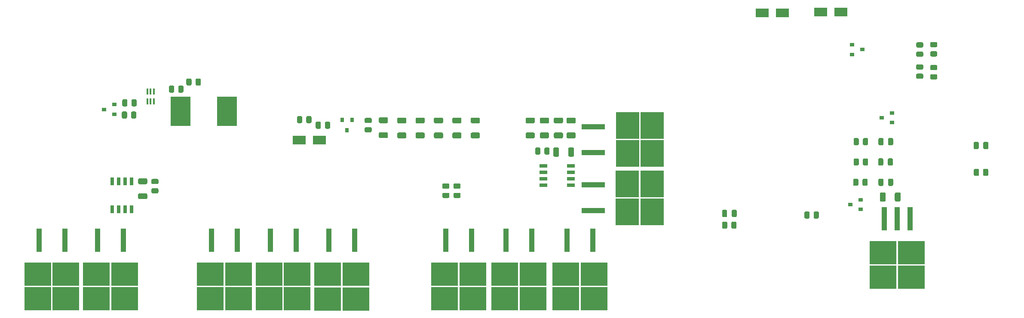
<source format=gbr>
%TF.GenerationSoftware,KiCad,Pcbnew,(5.1.9)-1*%
%TF.CreationDate,2021-02-04T15:38:24+01:00*%
%TF.ProjectId,Spotwelderix,53706f74-7765-46c6-9465-7269782e6b69,v01*%
%TF.SameCoordinates,Original*%
%TF.FileFunction,Paste,Top*%
%TF.FilePolarity,Positive*%
%FSLAX46Y46*%
G04 Gerber Fmt 4.6, Leading zero omitted, Abs format (unit mm)*
G04 Created by KiCad (PCBNEW (5.1.9)-1) date 2021-02-04 15:38:24*
%MOMM*%
%LPD*%
G01*
G04 APERTURE LIST*
%ADD10R,0.400000X1.200000*%
%ADD11R,3.940000X5.840000*%
%ADD12R,0.900000X0.800000*%
%ADD13R,0.800000X0.900000*%
%ADD14R,1.525000X0.650000*%
%ADD15R,2.500000X1.800000*%
%ADD16R,0.650000X1.525000*%
%ADD17R,5.250000X4.550000*%
%ADD18R,1.100000X4.600000*%
%ADD19R,4.550000X5.250000*%
%ADD20R,4.600000X1.100000*%
G04 APERTURE END LIST*
%TO.C,R12*%
G36*
G01*
X110712500Y-84150001D02*
X110712500Y-83249999D01*
G75*
G02*
X110962499Y-83000000I249999J0D01*
G01*
X111487501Y-83000000D01*
G75*
G02*
X111737500Y-83249999I0J-249999D01*
G01*
X111737500Y-84150001D01*
G75*
G02*
X111487501Y-84400000I-249999J0D01*
G01*
X110962499Y-84400000D01*
G75*
G02*
X110712500Y-84150001I0J249999D01*
G01*
G37*
G36*
G01*
X108887500Y-84150001D02*
X108887500Y-83249999D01*
G75*
G02*
X109137499Y-83000000I249999J0D01*
G01*
X109662501Y-83000000D01*
G75*
G02*
X109912500Y-83249999I0J-249999D01*
G01*
X109912500Y-84150001D01*
G75*
G02*
X109662501Y-84400000I-249999J0D01*
G01*
X109137499Y-84400000D01*
G75*
G02*
X108887500Y-84150001I0J249999D01*
G01*
G37*
%TD*%
%TO.C,R11*%
G36*
G01*
X107300000Y-85550001D02*
X107300000Y-84649999D01*
G75*
G02*
X107549999Y-84400000I249999J0D01*
G01*
X108075001Y-84400000D01*
G75*
G02*
X108325000Y-84649999I0J-249999D01*
G01*
X108325000Y-85550001D01*
G75*
G02*
X108075001Y-85800000I-249999J0D01*
G01*
X107549999Y-85800000D01*
G75*
G02*
X107300000Y-85550001I0J249999D01*
G01*
G37*
G36*
G01*
X105475000Y-85550001D02*
X105475000Y-84649999D01*
G75*
G02*
X105724999Y-84400000I249999J0D01*
G01*
X106250001Y-84400000D01*
G75*
G02*
X106500000Y-84649999I0J-249999D01*
G01*
X106500000Y-85550001D01*
G75*
G02*
X106250001Y-85800000I-249999J0D01*
G01*
X105724999Y-85800000D01*
G75*
G02*
X105475000Y-85550001I0J249999D01*
G01*
G37*
%TD*%
D10*
%TO.C,IC1*%
X101200000Y-85600000D03*
X101850000Y-85600000D03*
X102500000Y-85600000D03*
X102500000Y-87500000D03*
X101850000Y-87500000D03*
X101200000Y-87500000D03*
%TD*%
D11*
%TO.C,R1*%
X116875000Y-89500000D03*
X107725000Y-89500000D03*
%TD*%
D12*
%TO.C,U2*%
X92700000Y-89100000D03*
X94700000Y-88150000D03*
X94700000Y-90050000D03*
%TD*%
%TO.C,R10*%
G36*
G01*
X97287500Y-87349999D02*
X97287500Y-88250001D01*
G75*
G02*
X97037501Y-88500000I-249999J0D01*
G01*
X96512499Y-88500000D01*
G75*
G02*
X96262500Y-88250001I0J249999D01*
G01*
X96262500Y-87349999D01*
G75*
G02*
X96512499Y-87100000I249999J0D01*
G01*
X97037501Y-87100000D01*
G75*
G02*
X97287500Y-87349999I0J-249999D01*
G01*
G37*
G36*
G01*
X99112500Y-87349999D02*
X99112500Y-88250001D01*
G75*
G02*
X98862501Y-88500000I-249999J0D01*
G01*
X98337499Y-88500000D01*
G75*
G02*
X98087500Y-88250001I0J249999D01*
G01*
X98087500Y-87349999D01*
G75*
G02*
X98337499Y-87100000I249999J0D01*
G01*
X98862501Y-87100000D01*
G75*
G02*
X99112500Y-87349999I0J-249999D01*
G01*
G37*
%TD*%
%TO.C,R9*%
G36*
G01*
X97212500Y-89749999D02*
X97212500Y-90650001D01*
G75*
G02*
X96962501Y-90900000I-249999J0D01*
G01*
X96437499Y-90900000D01*
G75*
G02*
X96187500Y-90650001I0J249999D01*
G01*
X96187500Y-89749999D01*
G75*
G02*
X96437499Y-89500000I249999J0D01*
G01*
X96962501Y-89500000D01*
G75*
G02*
X97212500Y-89749999I0J-249999D01*
G01*
G37*
G36*
G01*
X99037500Y-89749999D02*
X99037500Y-90650001D01*
G75*
G02*
X98787501Y-90900000I-249999J0D01*
G01*
X98262499Y-90900000D01*
G75*
G02*
X98012500Y-90650001I0J249999D01*
G01*
X98012500Y-89749999D01*
G75*
G02*
X98262499Y-89500000I249999J0D01*
G01*
X98787501Y-89500000D01*
G75*
G02*
X99037500Y-89749999I0J-249999D01*
G01*
G37*
%TD*%
%TO.C,R2*%
G36*
G01*
X131712500Y-90649999D02*
X131712500Y-91550001D01*
G75*
G02*
X131462501Y-91800000I-249999J0D01*
G01*
X130937499Y-91800000D01*
G75*
G02*
X130687500Y-91550001I0J249999D01*
G01*
X130687500Y-90649999D01*
G75*
G02*
X130937499Y-90400000I249999J0D01*
G01*
X131462501Y-90400000D01*
G75*
G02*
X131712500Y-90649999I0J-249999D01*
G01*
G37*
G36*
G01*
X133537500Y-90649999D02*
X133537500Y-91550001D01*
G75*
G02*
X133287501Y-91800000I-249999J0D01*
G01*
X132762499Y-91800000D01*
G75*
G02*
X132512500Y-91550001I0J249999D01*
G01*
X132512500Y-90649999D01*
G75*
G02*
X132762499Y-90400000I249999J0D01*
G01*
X133287501Y-90400000D01*
G75*
G02*
X133537500Y-90649999I0J-249999D01*
G01*
G37*
%TD*%
D13*
%TO.C,Q9*%
X140550000Y-93200000D03*
X139600000Y-91200000D03*
X141500000Y-91200000D03*
%TD*%
%TO.C,C10*%
G36*
G01*
X154289999Y-93645000D02*
X155590001Y-93645000D01*
G75*
G02*
X155840000Y-93894999I0J-249999D01*
G01*
X155840000Y-94545001D01*
G75*
G02*
X155590001Y-94795000I-249999J0D01*
G01*
X154289999Y-94795000D01*
G75*
G02*
X154040000Y-94545001I0J249999D01*
G01*
X154040000Y-93894999D01*
G75*
G02*
X154289999Y-93645000I249999J0D01*
G01*
G37*
G36*
G01*
X154289999Y-90695000D02*
X155590001Y-90695000D01*
G75*
G02*
X155840000Y-90944999I0J-249999D01*
G01*
X155840000Y-91595001D01*
G75*
G02*
X155590001Y-91845000I-249999J0D01*
G01*
X154289999Y-91845000D01*
G75*
G02*
X154040000Y-91595001I0J249999D01*
G01*
X154040000Y-90944999D01*
G75*
G02*
X154289999Y-90695000I249999J0D01*
G01*
G37*
%TD*%
%TO.C,C8*%
G36*
G01*
X157909999Y-93645000D02*
X159210001Y-93645000D01*
G75*
G02*
X159460000Y-93894999I0J-249999D01*
G01*
X159460000Y-94545001D01*
G75*
G02*
X159210001Y-94795000I-249999J0D01*
G01*
X157909999Y-94795000D01*
G75*
G02*
X157660000Y-94545001I0J249999D01*
G01*
X157660000Y-93894999D01*
G75*
G02*
X157909999Y-93645000I249999J0D01*
G01*
G37*
G36*
G01*
X157909999Y-90695000D02*
X159210001Y-90695000D01*
G75*
G02*
X159460000Y-90944999I0J-249999D01*
G01*
X159460000Y-91595001D01*
G75*
G02*
X159210001Y-91845000I-249999J0D01*
G01*
X157909999Y-91845000D01*
G75*
G02*
X157660000Y-91595001I0J249999D01*
G01*
X157660000Y-90944999D01*
G75*
G02*
X157909999Y-90695000I249999J0D01*
G01*
G37*
%TD*%
%TO.C,C6*%
G36*
G01*
X150669999Y-93645000D02*
X151970001Y-93645000D01*
G75*
G02*
X152220000Y-93894999I0J-249999D01*
G01*
X152220000Y-94545001D01*
G75*
G02*
X151970001Y-94795000I-249999J0D01*
G01*
X150669999Y-94795000D01*
G75*
G02*
X150420000Y-94545001I0J249999D01*
G01*
X150420000Y-93894999D01*
G75*
G02*
X150669999Y-93645000I249999J0D01*
G01*
G37*
G36*
G01*
X150669999Y-90695000D02*
X151970001Y-90695000D01*
G75*
G02*
X152220000Y-90944999I0J-249999D01*
G01*
X152220000Y-91595001D01*
G75*
G02*
X151970001Y-91845000I-249999J0D01*
G01*
X150669999Y-91845000D01*
G75*
G02*
X150420000Y-91595001I0J249999D01*
G01*
X150420000Y-90944999D01*
G75*
G02*
X150669999Y-90695000I249999J0D01*
G01*
G37*
%TD*%
%TO.C,C2*%
G36*
G01*
X147049999Y-93600000D02*
X148350001Y-93600000D01*
G75*
G02*
X148600000Y-93849999I0J-249999D01*
G01*
X148600000Y-94500001D01*
G75*
G02*
X148350001Y-94750000I-249999J0D01*
G01*
X147049999Y-94750000D01*
G75*
G02*
X146800000Y-94500001I0J249999D01*
G01*
X146800000Y-93849999D01*
G75*
G02*
X147049999Y-93600000I249999J0D01*
G01*
G37*
G36*
G01*
X147049999Y-90650000D02*
X148350001Y-90650000D01*
G75*
G02*
X148600000Y-90899999I0J-249999D01*
G01*
X148600000Y-91550001D01*
G75*
G02*
X148350001Y-91800000I-249999J0D01*
G01*
X147049999Y-91800000D01*
G75*
G02*
X146800000Y-91550001I0J249999D01*
G01*
X146800000Y-90899999D01*
G75*
G02*
X147049999Y-90650000I249999J0D01*
G01*
G37*
%TD*%
%TO.C,R4*%
G36*
G01*
X178612500Y-96849999D02*
X178612500Y-97750001D01*
G75*
G02*
X178362501Y-98000000I-249999J0D01*
G01*
X177837499Y-98000000D01*
G75*
G02*
X177587500Y-97750001I0J249999D01*
G01*
X177587500Y-96849999D01*
G75*
G02*
X177837499Y-96600000I249999J0D01*
G01*
X178362501Y-96600000D01*
G75*
G02*
X178612500Y-96849999I0J-249999D01*
G01*
G37*
G36*
G01*
X180437500Y-96849999D02*
X180437500Y-97750001D01*
G75*
G02*
X180187501Y-98000000I-249999J0D01*
G01*
X179662499Y-98000000D01*
G75*
G02*
X179412500Y-97750001I0J249999D01*
G01*
X179412500Y-96849999D01*
G75*
G02*
X179662499Y-96600000I249999J0D01*
G01*
X180187501Y-96600000D01*
G75*
G02*
X180437500Y-96849999I0J-249999D01*
G01*
G37*
%TD*%
D14*
%TO.C,IC3*%
X184600000Y-100200000D03*
X184600000Y-101470000D03*
X184600000Y-102740000D03*
X184600000Y-104010000D03*
X179176000Y-104010000D03*
X179176000Y-102740000D03*
X179176000Y-101470000D03*
X179176000Y-100200000D03*
%TD*%
%TO.C,C12*%
G36*
G01*
X184100000Y-98150001D02*
X184100000Y-96849999D01*
G75*
G02*
X184349999Y-96600000I249999J0D01*
G01*
X185000001Y-96600000D01*
G75*
G02*
X185250000Y-96849999I0J-249999D01*
G01*
X185250000Y-98150001D01*
G75*
G02*
X185000001Y-98400000I-249999J0D01*
G01*
X184349999Y-98400000D01*
G75*
G02*
X184100000Y-98150001I0J249999D01*
G01*
G37*
G36*
G01*
X181150000Y-98150001D02*
X181150000Y-96849999D01*
G75*
G02*
X181399999Y-96600000I249999J0D01*
G01*
X182050001Y-96600000D01*
G75*
G02*
X182300000Y-96849999I0J-249999D01*
G01*
X182300000Y-98150001D01*
G75*
G02*
X182050001Y-98400000I-249999J0D01*
G01*
X181399999Y-98400000D01*
G75*
G02*
X181150000Y-98150001I0J249999D01*
G01*
G37*
%TD*%
%TO.C,R8*%
G36*
G01*
X162650001Y-104712500D02*
X161749999Y-104712500D01*
G75*
G02*
X161500000Y-104462501I0J249999D01*
G01*
X161500000Y-103937499D01*
G75*
G02*
X161749999Y-103687500I249999J0D01*
G01*
X162650001Y-103687500D01*
G75*
G02*
X162900000Y-103937499I0J-249999D01*
G01*
X162900000Y-104462501D01*
G75*
G02*
X162650001Y-104712500I-249999J0D01*
G01*
G37*
G36*
G01*
X162650001Y-106537500D02*
X161749999Y-106537500D01*
G75*
G02*
X161500000Y-106287501I0J249999D01*
G01*
X161500000Y-105762499D01*
G75*
G02*
X161749999Y-105512500I249999J0D01*
G01*
X162650001Y-105512500D01*
G75*
G02*
X162900000Y-105762499I0J-249999D01*
G01*
X162900000Y-106287501D01*
G75*
G02*
X162650001Y-106537500I-249999J0D01*
G01*
G37*
%TD*%
%TO.C,R7*%
G36*
G01*
X159549999Y-105512500D02*
X160450001Y-105512500D01*
G75*
G02*
X160700000Y-105762499I0J-249999D01*
G01*
X160700000Y-106287501D01*
G75*
G02*
X160450001Y-106537500I-249999J0D01*
G01*
X159549999Y-106537500D01*
G75*
G02*
X159300000Y-106287501I0J249999D01*
G01*
X159300000Y-105762499D01*
G75*
G02*
X159549999Y-105512500I249999J0D01*
G01*
G37*
G36*
G01*
X159549999Y-103687500D02*
X160450001Y-103687500D01*
G75*
G02*
X160700000Y-103937499I0J-249999D01*
G01*
X160700000Y-104462501D01*
G75*
G02*
X160450001Y-104712500I-249999J0D01*
G01*
X159549999Y-104712500D01*
G75*
G02*
X159300000Y-104462501I0J249999D01*
G01*
X159300000Y-103937499D01*
G75*
G02*
X159549999Y-103687500I249999J0D01*
G01*
G37*
%TD*%
%TO.C,R6*%
G36*
G01*
X144249999Y-92587500D02*
X145150001Y-92587500D01*
G75*
G02*
X145400000Y-92837499I0J-249999D01*
G01*
X145400000Y-93362501D01*
G75*
G02*
X145150001Y-93612500I-249999J0D01*
G01*
X144249999Y-93612500D01*
G75*
G02*
X144000000Y-93362501I0J249999D01*
G01*
X144000000Y-92837499D01*
G75*
G02*
X144249999Y-92587500I249999J0D01*
G01*
G37*
G36*
G01*
X144249999Y-90762500D02*
X145150001Y-90762500D01*
G75*
G02*
X145400000Y-91012499I0J-249999D01*
G01*
X145400000Y-91537501D01*
G75*
G02*
X145150001Y-91787500I-249999J0D01*
G01*
X144249999Y-91787500D01*
G75*
G02*
X144000000Y-91537501I0J249999D01*
G01*
X144000000Y-91012499D01*
G75*
G02*
X144249999Y-90762500I249999J0D01*
G01*
G37*
%TD*%
%TO.C,R5*%
G36*
G01*
X136187500Y-92650001D02*
X136187500Y-91749999D01*
G75*
G02*
X136437499Y-91500000I249999J0D01*
G01*
X136962501Y-91500000D01*
G75*
G02*
X137212500Y-91749999I0J-249999D01*
G01*
X137212500Y-92650001D01*
G75*
G02*
X136962501Y-92900000I-249999J0D01*
G01*
X136437499Y-92900000D01*
G75*
G02*
X136187500Y-92650001I0J249999D01*
G01*
G37*
G36*
G01*
X134362500Y-92650001D02*
X134362500Y-91749999D01*
G75*
G02*
X134612499Y-91500000I249999J0D01*
G01*
X135137501Y-91500000D01*
G75*
G02*
X135387500Y-91749999I0J-249999D01*
G01*
X135387500Y-92650001D01*
G75*
G02*
X135137501Y-92900000I-249999J0D01*
G01*
X134612499Y-92900000D01*
G75*
G02*
X134362500Y-92650001I0J249999D01*
G01*
G37*
%TD*%
D15*
%TO.C,D2*%
X135100000Y-95100000D03*
X131100000Y-95100000D03*
%TD*%
%TO.C,C13*%
G36*
G01*
X100950001Y-103825000D02*
X99649999Y-103825000D01*
G75*
G02*
X99400000Y-103575001I0J249999D01*
G01*
X99400000Y-102924999D01*
G75*
G02*
X99649999Y-102675000I249999J0D01*
G01*
X100950001Y-102675000D01*
G75*
G02*
X101200000Y-102924999I0J-249999D01*
G01*
X101200000Y-103575001D01*
G75*
G02*
X100950001Y-103825000I-249999J0D01*
G01*
G37*
G36*
G01*
X100950001Y-106775000D02*
X99649999Y-106775000D01*
G75*
G02*
X99400000Y-106525001I0J249999D01*
G01*
X99400000Y-105874999D01*
G75*
G02*
X99649999Y-105625000I249999J0D01*
G01*
X100950001Y-105625000D01*
G75*
G02*
X101200000Y-105874999I0J-249999D01*
G01*
X101200000Y-106525001D01*
G75*
G02*
X100950001Y-106775000I-249999J0D01*
G01*
G37*
%TD*%
%TO.C,R3*%
G36*
G01*
X103150002Y-103812500D02*
X102249998Y-103812500D01*
G75*
G02*
X102000000Y-103562502I0J249998D01*
G01*
X102000000Y-103037498D01*
G75*
G02*
X102249998Y-102787500I249998J0D01*
G01*
X103150002Y-102787500D01*
G75*
G02*
X103400000Y-103037498I0J-249998D01*
G01*
X103400000Y-103562502D01*
G75*
G02*
X103150002Y-103812500I-249998J0D01*
G01*
G37*
G36*
G01*
X103150002Y-105637500D02*
X102249998Y-105637500D01*
G75*
G02*
X102000000Y-105387502I0J249998D01*
G01*
X102000000Y-104862498D01*
G75*
G02*
X102249998Y-104612500I249998J0D01*
G01*
X103150002Y-104612500D01*
G75*
G02*
X103400000Y-104862498I0J-249998D01*
G01*
X103400000Y-105387502D01*
G75*
G02*
X103150002Y-105637500I-249998J0D01*
G01*
G37*
%TD*%
D16*
%TO.C,IC2*%
X98075000Y-108732000D03*
X96805000Y-108732000D03*
X95535000Y-108732000D03*
X94265000Y-108732000D03*
X94265000Y-103308000D03*
X95535000Y-103308000D03*
X96805000Y-103308000D03*
X98075000Y-103308000D03*
%TD*%
D17*
%TO.C,Q8*%
X125170000Y-121562000D03*
X130720000Y-126412000D03*
X130720000Y-121562000D03*
X125170000Y-126412000D03*
D18*
X125405000Y-114837000D03*
X130485000Y-114837000D03*
%TD*%
D17*
%TO.C,Q7*%
X159765000Y-121562000D03*
X165315000Y-126412000D03*
X165315000Y-121562000D03*
X159765000Y-126412000D03*
D18*
X160000000Y-114837000D03*
X165080000Y-114837000D03*
%TD*%
D17*
%TO.C,Q6*%
X183620000Y-121562000D03*
X189170000Y-126412000D03*
X189170000Y-121562000D03*
X183620000Y-126412000D03*
D18*
X183855000Y-114837000D03*
X188935000Y-114837000D03*
%TD*%
D17*
%TO.C,Q5*%
X91170000Y-121562000D03*
X96720000Y-126412000D03*
X96720000Y-121562000D03*
X91170000Y-126412000D03*
D18*
X91405000Y-114837000D03*
X96485000Y-114837000D03*
%TD*%
D19*
%TO.C,Q4*%
X195750000Y-109300000D03*
X200600000Y-103750000D03*
X195750000Y-103750000D03*
X200600000Y-109300000D03*
D20*
X189025000Y-109065000D03*
X189025000Y-103985000D03*
%TD*%
D17*
%TO.C,Q3*%
X79620000Y-121562000D03*
X85170000Y-126412000D03*
X85170000Y-121562000D03*
X79620000Y-126412000D03*
D18*
X79855000Y-114837000D03*
X84935000Y-114837000D03*
%TD*%
D17*
%TO.C,Q2*%
X171620000Y-121562000D03*
X177170000Y-126412000D03*
X177170000Y-121562000D03*
X171620000Y-126412000D03*
D18*
X171855000Y-114837000D03*
X176935000Y-114837000D03*
%TD*%
D17*
%TO.C,Q1*%
X113620000Y-121562000D03*
X119170000Y-126412000D03*
X119170000Y-121562000D03*
X113620000Y-126412000D03*
D18*
X113855000Y-114837000D03*
X118935000Y-114837000D03*
%TD*%
%TO.C,C1*%
G36*
G01*
X175969999Y-93645000D02*
X177270001Y-93645000D01*
G75*
G02*
X177520000Y-93894999I0J-249999D01*
G01*
X177520000Y-94545001D01*
G75*
G02*
X177270001Y-94795000I-249999J0D01*
G01*
X175969999Y-94795000D01*
G75*
G02*
X175720000Y-94545001I0J249999D01*
G01*
X175720000Y-93894999D01*
G75*
G02*
X175969999Y-93645000I249999J0D01*
G01*
G37*
G36*
G01*
X175969999Y-90695000D02*
X177270001Y-90695000D01*
G75*
G02*
X177520000Y-90944999I0J-249999D01*
G01*
X177520000Y-91595001D01*
G75*
G02*
X177270001Y-91845000I-249999J0D01*
G01*
X175969999Y-91845000D01*
G75*
G02*
X175720000Y-91595001I0J249999D01*
G01*
X175720000Y-90944999D01*
G75*
G02*
X175969999Y-90695000I249999J0D01*
G01*
G37*
%TD*%
%TO.C,C3*%
G36*
G01*
X181519999Y-93645000D02*
X182820001Y-93645000D01*
G75*
G02*
X183070000Y-93894999I0J-249999D01*
G01*
X183070000Y-94545001D01*
G75*
G02*
X182820001Y-94795000I-249999J0D01*
G01*
X181519999Y-94795000D01*
G75*
G02*
X181270000Y-94545001I0J249999D01*
G01*
X181270000Y-93894999D01*
G75*
G02*
X181519999Y-93645000I249999J0D01*
G01*
G37*
G36*
G01*
X181519999Y-90695000D02*
X182820001Y-90695000D01*
G75*
G02*
X183070000Y-90944999I0J-249999D01*
G01*
X183070000Y-91595001D01*
G75*
G02*
X182820001Y-91845000I-249999J0D01*
G01*
X181519999Y-91845000D01*
G75*
G02*
X181270000Y-91595001I0J249999D01*
G01*
X181270000Y-90944999D01*
G75*
G02*
X181519999Y-90695000I249999J0D01*
G01*
G37*
%TD*%
%TO.C,C4*%
G36*
G01*
X161529999Y-90695000D02*
X162830001Y-90695000D01*
G75*
G02*
X163080000Y-90944999I0J-249999D01*
G01*
X163080000Y-91595001D01*
G75*
G02*
X162830001Y-91845000I-249999J0D01*
G01*
X161529999Y-91845000D01*
G75*
G02*
X161280000Y-91595001I0J249999D01*
G01*
X161280000Y-90944999D01*
G75*
G02*
X161529999Y-90695000I249999J0D01*
G01*
G37*
G36*
G01*
X161529999Y-93645000D02*
X162830001Y-93645000D01*
G75*
G02*
X163080000Y-93894999I0J-249999D01*
G01*
X163080000Y-94545001D01*
G75*
G02*
X162830001Y-94795000I-249999J0D01*
G01*
X161529999Y-94795000D01*
G75*
G02*
X161280000Y-94545001I0J249999D01*
G01*
X161280000Y-93894999D01*
G75*
G02*
X161529999Y-93645000I249999J0D01*
G01*
G37*
%TD*%
%TO.C,C5*%
G36*
G01*
X165149999Y-93645000D02*
X166450001Y-93645000D01*
G75*
G02*
X166700000Y-93894999I0J-249999D01*
G01*
X166700000Y-94545001D01*
G75*
G02*
X166450001Y-94795000I-249999J0D01*
G01*
X165149999Y-94795000D01*
G75*
G02*
X164900000Y-94545001I0J249999D01*
G01*
X164900000Y-93894999D01*
G75*
G02*
X165149999Y-93645000I249999J0D01*
G01*
G37*
G36*
G01*
X165149999Y-90695000D02*
X166450001Y-90695000D01*
G75*
G02*
X166700000Y-90944999I0J-249999D01*
G01*
X166700000Y-91595001D01*
G75*
G02*
X166450001Y-91845000I-249999J0D01*
G01*
X165149999Y-91845000D01*
G75*
G02*
X164900000Y-91595001I0J249999D01*
G01*
X164900000Y-90944999D01*
G75*
G02*
X165149999Y-90695000I249999J0D01*
G01*
G37*
%TD*%
%TO.C,C7*%
G36*
G01*
X184019999Y-93645000D02*
X185320001Y-93645000D01*
G75*
G02*
X185570000Y-93894999I0J-249999D01*
G01*
X185570000Y-94545001D01*
G75*
G02*
X185320001Y-94795000I-249999J0D01*
G01*
X184019999Y-94795000D01*
G75*
G02*
X183770000Y-94545001I0J249999D01*
G01*
X183770000Y-93894999D01*
G75*
G02*
X184019999Y-93645000I249999J0D01*
G01*
G37*
G36*
G01*
X184019999Y-90695000D02*
X185320001Y-90695000D01*
G75*
G02*
X185570000Y-90944999I0J-249999D01*
G01*
X185570000Y-91595001D01*
G75*
G02*
X185320001Y-91845000I-249999J0D01*
G01*
X184019999Y-91845000D01*
G75*
G02*
X183770000Y-91595001I0J249999D01*
G01*
X183770000Y-90944999D01*
G75*
G02*
X184019999Y-90695000I249999J0D01*
G01*
G37*
%TD*%
%TO.C,C9*%
G36*
G01*
X178769999Y-93645000D02*
X180070001Y-93645000D01*
G75*
G02*
X180320000Y-93894999I0J-249999D01*
G01*
X180320000Y-94545001D01*
G75*
G02*
X180070001Y-94795000I-249999J0D01*
G01*
X178769999Y-94795000D01*
G75*
G02*
X178520000Y-94545001I0J249999D01*
G01*
X178520000Y-93894999D01*
G75*
G02*
X178769999Y-93645000I249999J0D01*
G01*
G37*
G36*
G01*
X178769999Y-90695000D02*
X180070001Y-90695000D01*
G75*
G02*
X180320000Y-90944999I0J-249999D01*
G01*
X180320000Y-91595001D01*
G75*
G02*
X180070001Y-91845000I-249999J0D01*
G01*
X178769999Y-91845000D01*
G75*
G02*
X178520000Y-91595001I0J249999D01*
G01*
X178520000Y-90944999D01*
G75*
G02*
X178769999Y-90695000I249999J0D01*
G01*
G37*
%TD*%
%TO.C,D1*%
X142040000Y-114850000D03*
X136960000Y-114850000D03*
D17*
X136725000Y-126425000D03*
X142275000Y-121575000D03*
X142275000Y-126425000D03*
X136725000Y-121575000D03*
%TD*%
D20*
%TO.C,D3*%
X189043000Y-92480000D03*
X189043000Y-97560000D03*
D19*
X200618000Y-97795000D03*
X195768000Y-92245000D03*
X200618000Y-92245000D03*
X195768000Y-97795000D03*
%TD*%
%TO.C,R14*%
G36*
G01*
X216237500Y-112350001D02*
X216237500Y-111449999D01*
G75*
G02*
X216487499Y-111200000I249999J0D01*
G01*
X217012501Y-111200000D01*
G75*
G02*
X217262500Y-111449999I0J-249999D01*
G01*
X217262500Y-112350001D01*
G75*
G02*
X217012501Y-112600000I-249999J0D01*
G01*
X216487499Y-112600000D01*
G75*
G02*
X216237500Y-112350001I0J249999D01*
G01*
G37*
G36*
G01*
X214412500Y-112350001D02*
X214412500Y-111449999D01*
G75*
G02*
X214662499Y-111200000I249999J0D01*
G01*
X215187501Y-111200000D01*
G75*
G02*
X215437500Y-111449999I0J-249999D01*
G01*
X215437500Y-112350001D01*
G75*
G02*
X215187501Y-112600000I-249999J0D01*
G01*
X214662499Y-112600000D01*
G75*
G02*
X214412500Y-112350001I0J249999D01*
G01*
G37*
%TD*%
%TO.C,R12*%
G36*
G01*
X265812500Y-101950001D02*
X265812500Y-101049999D01*
G75*
G02*
X266062499Y-100800000I249999J0D01*
G01*
X266587501Y-100800000D01*
G75*
G02*
X266837500Y-101049999I0J-249999D01*
G01*
X266837500Y-101950001D01*
G75*
G02*
X266587501Y-102200000I-249999J0D01*
G01*
X266062499Y-102200000D01*
G75*
G02*
X265812500Y-101950001I0J249999D01*
G01*
G37*
G36*
G01*
X263987500Y-101950001D02*
X263987500Y-101049999D01*
G75*
G02*
X264237499Y-100800000I249999J0D01*
G01*
X264762501Y-100800000D01*
G75*
G02*
X265012500Y-101049999I0J-249999D01*
G01*
X265012500Y-101950001D01*
G75*
G02*
X264762501Y-102200000I-249999J0D01*
G01*
X264237499Y-102200000D01*
G75*
G02*
X263987500Y-101950001I0J249999D01*
G01*
G37*
%TD*%
%TO.C,R11*%
G36*
G01*
X232437500Y-110350001D02*
X232437500Y-109449999D01*
G75*
G02*
X232687499Y-109200000I249999J0D01*
G01*
X233212501Y-109200000D01*
G75*
G02*
X233462500Y-109449999I0J-249999D01*
G01*
X233462500Y-110350001D01*
G75*
G02*
X233212501Y-110600000I-249999J0D01*
G01*
X232687499Y-110600000D01*
G75*
G02*
X232437500Y-110350001I0J249999D01*
G01*
G37*
G36*
G01*
X230612500Y-110350001D02*
X230612500Y-109449999D01*
G75*
G02*
X230862499Y-109200000I249999J0D01*
G01*
X231387501Y-109200000D01*
G75*
G02*
X231637500Y-109449999I0J-249999D01*
G01*
X231637500Y-110350001D01*
G75*
G02*
X231387501Y-110600000I-249999J0D01*
G01*
X230862499Y-110600000D01*
G75*
G02*
X230612500Y-110350001I0J249999D01*
G01*
G37*
%TD*%
D12*
%TO.C,Q5*%
X242000000Y-77300000D03*
X240000000Y-78250000D03*
X240000000Y-76350000D03*
%TD*%
%TO.C,Q2*%
X245850000Y-90750000D03*
X247850000Y-89800000D03*
X247850000Y-91700000D03*
%TD*%
%TO.C,Q1*%
X239700000Y-107850000D03*
X241700000Y-106900000D03*
X241700000Y-108800000D03*
%TD*%
%TO.C,C7*%
G36*
G01*
X216300000Y-110075000D02*
X216300000Y-109125000D01*
G75*
G02*
X216550000Y-108875000I250000J0D01*
G01*
X217050000Y-108875000D01*
G75*
G02*
X217300000Y-109125000I0J-250000D01*
G01*
X217300000Y-110075000D01*
G75*
G02*
X217050000Y-110325000I-250000J0D01*
G01*
X216550000Y-110325000D01*
G75*
G02*
X216300000Y-110075000I0J250000D01*
G01*
G37*
G36*
G01*
X214400000Y-110075000D02*
X214400000Y-109125000D01*
G75*
G02*
X214650000Y-108875000I250000J0D01*
G01*
X215150000Y-108875000D01*
G75*
G02*
X215400000Y-109125000I0J-250000D01*
G01*
X215400000Y-110075000D01*
G75*
G02*
X215150000Y-110325000I-250000J0D01*
G01*
X214650000Y-110325000D01*
G75*
G02*
X214400000Y-110075000I0J250000D01*
G01*
G37*
%TD*%
D15*
%TO.C,D3*%
X222300000Y-70050000D03*
X226300000Y-70050000D03*
%TD*%
%TO.C,D2*%
X233800000Y-69950000D03*
X237800000Y-69950000D03*
%TD*%
%TO.C,R1*%
G36*
G01*
X241337500Y-94999999D02*
X241337500Y-95900001D01*
G75*
G02*
X241087501Y-96150000I-249999J0D01*
G01*
X240562499Y-96150000D01*
G75*
G02*
X240312500Y-95900001I0J249999D01*
G01*
X240312500Y-94999999D01*
G75*
G02*
X240562499Y-94750000I249999J0D01*
G01*
X241087501Y-94750000D01*
G75*
G02*
X241337500Y-94999999I0J-249999D01*
G01*
G37*
G36*
G01*
X243162500Y-94999999D02*
X243162500Y-95900001D01*
G75*
G02*
X242912501Y-96150000I-249999J0D01*
G01*
X242387499Y-96150000D01*
G75*
G02*
X242137500Y-95900001I0J249999D01*
G01*
X242137500Y-94999999D01*
G75*
G02*
X242387499Y-94750000I249999J0D01*
G01*
X242912501Y-94750000D01*
G75*
G02*
X243162500Y-94999999I0J-249999D01*
G01*
G37*
%TD*%
%TO.C,C5*%
G36*
G01*
X248425000Y-107000001D02*
X248425000Y-105699999D01*
G75*
G02*
X248674999Y-105450000I249999J0D01*
G01*
X249325001Y-105450000D01*
G75*
G02*
X249575000Y-105699999I0J-249999D01*
G01*
X249575000Y-107000001D01*
G75*
G02*
X249325001Y-107250000I-249999J0D01*
G01*
X248674999Y-107250000D01*
G75*
G02*
X248425000Y-107000001I0J249999D01*
G01*
G37*
G36*
G01*
X245475000Y-107000001D02*
X245475000Y-105699999D01*
G75*
G02*
X245724999Y-105450000I249999J0D01*
G01*
X246375001Y-105450000D01*
G75*
G02*
X246625000Y-105699999I0J-249999D01*
G01*
X246625000Y-107000001D01*
G75*
G02*
X246375001Y-107250000I-249999J0D01*
G01*
X245724999Y-107250000D01*
G75*
G02*
X245475000Y-107000001I0J249999D01*
G01*
G37*
%TD*%
%TO.C,R3*%
G36*
G01*
X241250000Y-102999999D02*
X241250000Y-103900001D01*
G75*
G02*
X241000001Y-104150000I-249999J0D01*
G01*
X240474999Y-104150000D01*
G75*
G02*
X240225000Y-103900001I0J249999D01*
G01*
X240225000Y-102999999D01*
G75*
G02*
X240474999Y-102750000I249999J0D01*
G01*
X241000001Y-102750000D01*
G75*
G02*
X241250000Y-102999999I0J-249999D01*
G01*
G37*
G36*
G01*
X243075000Y-102999999D02*
X243075000Y-103900001D01*
G75*
G02*
X242825001Y-104150000I-249999J0D01*
G01*
X242299999Y-104150000D01*
G75*
G02*
X242050000Y-103900001I0J249999D01*
G01*
X242050000Y-102999999D01*
G75*
G02*
X242299999Y-102750000I249999J0D01*
G01*
X242825001Y-102750000D01*
G75*
G02*
X243075000Y-102999999I0J-249999D01*
G01*
G37*
%TD*%
%TO.C,C3*%
G36*
G01*
X246200000Y-102975000D02*
X246200000Y-103925000D01*
G75*
G02*
X245950000Y-104175000I-250000J0D01*
G01*
X245450000Y-104175000D01*
G75*
G02*
X245200000Y-103925000I0J250000D01*
G01*
X245200000Y-102975000D01*
G75*
G02*
X245450000Y-102725000I250000J0D01*
G01*
X245950000Y-102725000D01*
G75*
G02*
X246200000Y-102975000I0J-250000D01*
G01*
G37*
G36*
G01*
X248100000Y-102975000D02*
X248100000Y-103925000D01*
G75*
G02*
X247850000Y-104175000I-250000J0D01*
G01*
X247350000Y-104175000D01*
G75*
G02*
X247100000Y-103925000I0J250000D01*
G01*
X247100000Y-102975000D01*
G75*
G02*
X247350000Y-102725000I250000J0D01*
G01*
X247850000Y-102725000D01*
G75*
G02*
X248100000Y-102975000I0J-250000D01*
G01*
G37*
%TD*%
%TO.C,C2*%
G36*
G01*
X247050000Y-99925000D02*
X247050000Y-98975000D01*
G75*
G02*
X247300000Y-98725000I250000J0D01*
G01*
X247800000Y-98725000D01*
G75*
G02*
X248050000Y-98975000I0J-250000D01*
G01*
X248050000Y-99925000D01*
G75*
G02*
X247800000Y-100175000I-250000J0D01*
G01*
X247300000Y-100175000D01*
G75*
G02*
X247050000Y-99925000I0J250000D01*
G01*
G37*
G36*
G01*
X245150000Y-99925000D02*
X245150000Y-98975000D01*
G75*
G02*
X245400000Y-98725000I250000J0D01*
G01*
X245900000Y-98725000D01*
G75*
G02*
X246150000Y-98975000I0J-250000D01*
G01*
X246150000Y-99925000D01*
G75*
G02*
X245900000Y-100175000I-250000J0D01*
G01*
X245400000Y-100175000D01*
G75*
G02*
X245150000Y-99925000I0J250000D01*
G01*
G37*
%TD*%
%TO.C,C1*%
G36*
G01*
X246200000Y-94975000D02*
X246200000Y-95925000D01*
G75*
G02*
X245950000Y-96175000I-250000J0D01*
G01*
X245450000Y-96175000D01*
G75*
G02*
X245200000Y-95925000I0J250000D01*
G01*
X245200000Y-94975000D01*
G75*
G02*
X245450000Y-94725000I250000J0D01*
G01*
X245950000Y-94725000D01*
G75*
G02*
X246200000Y-94975000I0J-250000D01*
G01*
G37*
G36*
G01*
X248100000Y-94975000D02*
X248100000Y-95925000D01*
G75*
G02*
X247850000Y-96175000I-250000J0D01*
G01*
X247350000Y-96175000D01*
G75*
G02*
X247100000Y-95925000I0J250000D01*
G01*
X247100000Y-94975000D01*
G75*
G02*
X247350000Y-94725000I250000J0D01*
G01*
X247850000Y-94725000D01*
G75*
G02*
X248100000Y-94975000I0J-250000D01*
G01*
G37*
%TD*%
%TO.C,R2*%
G36*
G01*
X241337500Y-98999999D02*
X241337500Y-99900001D01*
G75*
G02*
X241087501Y-100150000I-249999J0D01*
G01*
X240562499Y-100150000D01*
G75*
G02*
X240312500Y-99900001I0J249999D01*
G01*
X240312500Y-98999999D01*
G75*
G02*
X240562499Y-98750000I249999J0D01*
G01*
X241087501Y-98750000D01*
G75*
G02*
X241337500Y-98999999I0J-249999D01*
G01*
G37*
G36*
G01*
X243162500Y-98999999D02*
X243162500Y-99900001D01*
G75*
G02*
X242912501Y-100150000I-249999J0D01*
G01*
X242387499Y-100150000D01*
G75*
G02*
X242137500Y-99900001I0J249999D01*
G01*
X242137500Y-98999999D01*
G75*
G02*
X242387499Y-98750000I249999J0D01*
G01*
X242912501Y-98750000D01*
G75*
G02*
X243162500Y-98999999I0J-249999D01*
G01*
G37*
%TD*%
%TO.C,R6*%
G36*
G01*
X252877999Y-77698500D02*
X253778001Y-77698500D01*
G75*
G02*
X254028000Y-77948499I0J-249999D01*
G01*
X254028000Y-78473501D01*
G75*
G02*
X253778001Y-78723500I-249999J0D01*
G01*
X252877999Y-78723500D01*
G75*
G02*
X252628000Y-78473501I0J249999D01*
G01*
X252628000Y-77948499D01*
G75*
G02*
X252877999Y-77698500I249999J0D01*
G01*
G37*
G36*
G01*
X252877999Y-75873500D02*
X253778001Y-75873500D01*
G75*
G02*
X254028000Y-76123499I0J-249999D01*
G01*
X254028000Y-76648501D01*
G75*
G02*
X253778001Y-76898500I-249999J0D01*
G01*
X252877999Y-76898500D01*
G75*
G02*
X252628000Y-76648501I0J249999D01*
G01*
X252628000Y-76123499D01*
G75*
G02*
X252877999Y-75873500I249999J0D01*
G01*
G37*
%TD*%
%TO.C,C6*%
G36*
G01*
X265850000Y-96675000D02*
X265850000Y-95725000D01*
G75*
G02*
X266100000Y-95475000I250000J0D01*
G01*
X266600000Y-95475000D01*
G75*
G02*
X266850000Y-95725000I0J-250000D01*
G01*
X266850000Y-96675000D01*
G75*
G02*
X266600000Y-96925000I-250000J0D01*
G01*
X266100000Y-96925000D01*
G75*
G02*
X265850000Y-96675000I0J250000D01*
G01*
G37*
G36*
G01*
X263950000Y-96675000D02*
X263950000Y-95725000D01*
G75*
G02*
X264200000Y-95475000I250000J0D01*
G01*
X264700000Y-95475000D01*
G75*
G02*
X264950000Y-95725000I0J-250000D01*
G01*
X264950000Y-96675000D01*
G75*
G02*
X264700000Y-96925000I-250000J0D01*
G01*
X264200000Y-96925000D01*
G75*
G02*
X263950000Y-96675000I0J250000D01*
G01*
G37*
%TD*%
%TO.C,R9*%
G36*
G01*
X255637999Y-82149500D02*
X256538001Y-82149500D01*
G75*
G02*
X256788000Y-82399499I0J-249999D01*
G01*
X256788000Y-82924501D01*
G75*
G02*
X256538001Y-83174500I-249999J0D01*
G01*
X255637999Y-83174500D01*
G75*
G02*
X255388000Y-82924501I0J249999D01*
G01*
X255388000Y-82399499D01*
G75*
G02*
X255637999Y-82149500I249999J0D01*
G01*
G37*
G36*
G01*
X255637999Y-80324500D02*
X256538001Y-80324500D01*
G75*
G02*
X256788000Y-80574499I0J-249999D01*
G01*
X256788000Y-81099501D01*
G75*
G02*
X256538001Y-81349500I-249999J0D01*
G01*
X255637999Y-81349500D01*
G75*
G02*
X255388000Y-81099501I0J249999D01*
G01*
X255388000Y-80574499D01*
G75*
G02*
X255637999Y-80324500I249999J0D01*
G01*
G37*
%TD*%
D17*
%TO.C,U3*%
X246115000Y-117325000D03*
X251665000Y-122175000D03*
X251665000Y-117325000D03*
X246115000Y-122175000D03*
D18*
X246350000Y-110600000D03*
X248890000Y-110600000D03*
X251430000Y-110600000D03*
%TD*%
%TO.C,R8*%
G36*
G01*
X255637999Y-77648000D02*
X256538001Y-77648000D01*
G75*
G02*
X256788000Y-77897999I0J-249999D01*
G01*
X256788000Y-78423001D01*
G75*
G02*
X256538001Y-78673000I-249999J0D01*
G01*
X255637999Y-78673000D01*
G75*
G02*
X255388000Y-78423001I0J249999D01*
G01*
X255388000Y-77897999D01*
G75*
G02*
X255637999Y-77648000I249999J0D01*
G01*
G37*
G36*
G01*
X255637999Y-75823000D02*
X256538001Y-75823000D01*
G75*
G02*
X256788000Y-76072999I0J-249999D01*
G01*
X256788000Y-76598001D01*
G75*
G02*
X256538001Y-76848000I-249999J0D01*
G01*
X255637999Y-76848000D01*
G75*
G02*
X255388000Y-76598001I0J249999D01*
G01*
X255388000Y-76072999D01*
G75*
G02*
X255637999Y-75823000I249999J0D01*
G01*
G37*
%TD*%
%TO.C,R7*%
G36*
G01*
X252877999Y-82049500D02*
X253778001Y-82049500D01*
G75*
G02*
X254028000Y-82299499I0J-249999D01*
G01*
X254028000Y-82824501D01*
G75*
G02*
X253778001Y-83074500I-249999J0D01*
G01*
X252877999Y-83074500D01*
G75*
G02*
X252628000Y-82824501I0J249999D01*
G01*
X252628000Y-82299499D01*
G75*
G02*
X252877999Y-82049500I249999J0D01*
G01*
G37*
G36*
G01*
X252877999Y-80224500D02*
X253778001Y-80224500D01*
G75*
G02*
X254028000Y-80474499I0J-249999D01*
G01*
X254028000Y-80999501D01*
G75*
G02*
X253778001Y-81249500I-249999J0D01*
G01*
X252877999Y-81249500D01*
G75*
G02*
X252628000Y-80999501I0J249999D01*
G01*
X252628000Y-80474499D01*
G75*
G02*
X252877999Y-80224500I249999J0D01*
G01*
G37*
%TD*%
M02*

</source>
